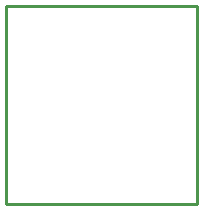
<source format=gko>
G04 Layer_Color=16711935*
%FSLAX25Y25*%
%MOIN*%
G70*
G01*
G75*
%ADD11C,0.01000*%
D11*
X1000Y1000D02*
Y67000D01*
Y1000D02*
X64500D01*
Y67000D01*
X1000D02*
X64500D01*
M02*

</source>
